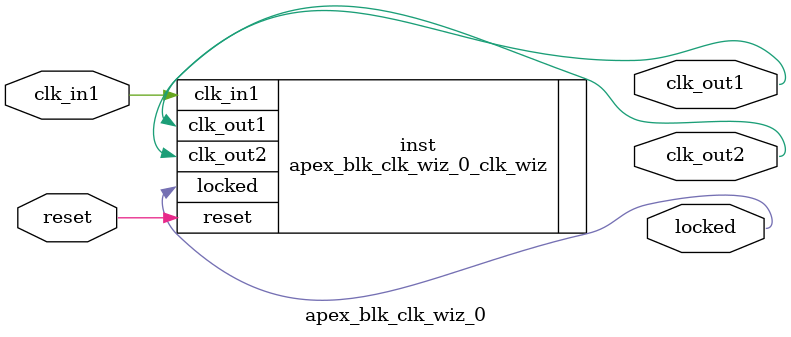
<source format=v>


`timescale 1ps/1ps

(* CORE_GENERATION_INFO = "apex_blk_clk_wiz_0,clk_wiz_v6_0_5_0_0,{component_name=apex_blk_clk_wiz_0,use_phase_alignment=false,use_min_o_jitter=false,use_max_i_jitter=false,use_dyn_phase_shift=false,use_inclk_switchover=false,use_dyn_reconfig=false,enable_axi=0,feedback_source=FDBK_AUTO,PRIMITIVE=MMCM,num_out_clk=2,clkin1_period=4.000,clkin2_period=10.0,use_power_down=false,use_reset=true,use_locked=true,use_inclk_stopped=false,feedback_type=SINGLE,CLOCK_MGR_TYPE=NA,manual_override=false}" *)

module apex_blk_clk_wiz_0 
 (
  // Clock out ports
  output        clk_out1,
  output        clk_out2,
  // Status and control signals
  input         reset,
  output        locked,
 // Clock in ports
  input         clk_in1
 );

  apex_blk_clk_wiz_0_clk_wiz inst
  (
  // Clock out ports  
  .clk_out1(clk_out1),
  .clk_out2(clk_out2),
  // Status and control signals               
  .reset(reset), 
  .locked(locked),
 // Clock in ports
  .clk_in1(clk_in1)
  );

endmodule

</source>
